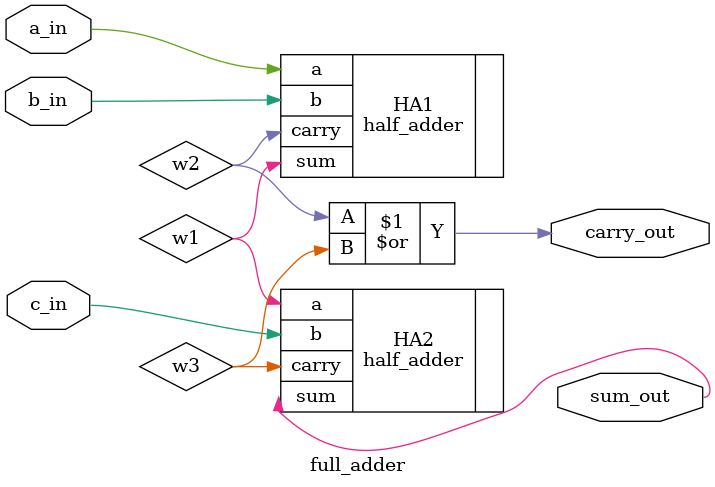
<source format=v>
module full_adder(a_in,
                  b_in,
		  c_in,
		  sum_out,
		  carry_out);

   input a_in, b_in, c_in;
   output sum_out, carry_out;    								//Step1 : Write down the directions for the ports	      

   wire w1,w2,w3;               								//Step2 : Declare the internal wires    

   half_adder HA1(.a(a_in), .b(b_in), .sum(w1), .carry(w2));       	//Step3 : Instantiate the Half-Adders using name-based port mapping			 
   half_adder HA2(.a(w1), .b(c_in), .sum(sum_out), .carry(w3));
   or or1(carry_out, w2, w3);   									//Step4 : Instantiate the OR gate


endmodule


</source>
